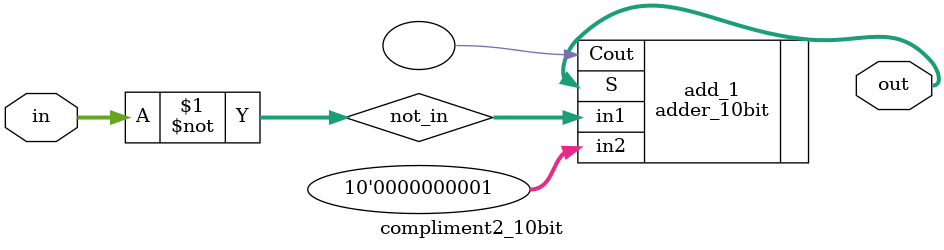
<source format=sv>
module complement2_25bit(in, out);

input	[24:0]	in;
output	[24:0]	out;

logic	[24:0]	not_in;

assign not_in = ~in;

adder_25bit add_1(.in1(not_in), .in2(25'd1), .S(out), .Cout());

endmodule
///////////////////////////////////////////////


module complement2_24bit(in, out);

input	[23:0]	in;
output	[23:0]	out;

logic	[23:0]	not_in;

assign not_in = ~in;

adder_24bit add_1(.in1(not_in), .in2(24'd1), .S(out), .Cout());

endmodule


module compliment2_10bit(in, out);

input	[9:0]	in;
output	[9:0]	out;

logic	[9:0]	not_in;

assign not_in = ~in;

adder_10bit add_1(.in1(not_in), .in2(10'd1), .S(out), .Cout());
endmodule
</source>
